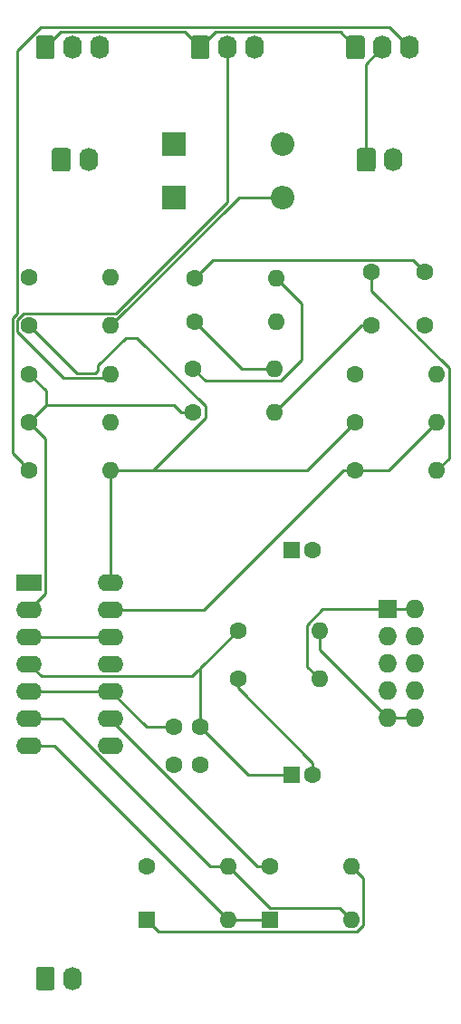
<source format=gbr>
%TF.GenerationSoftware,KiCad,Pcbnew,(5.1.8-0-10_14)*%
%TF.CreationDate,2021-07-07T10:12:16-04:00*%
%TF.ProjectId,fwr,6677722e-6b69-4636-9164-5f7063625858,rev?*%
%TF.SameCoordinates,Original*%
%TF.FileFunction,Copper,L2,Bot*%
%TF.FilePolarity,Positive*%
%FSLAX46Y46*%
G04 Gerber Fmt 4.6, Leading zero omitted, Abs format (unit mm)*
G04 Created by KiCad (PCBNEW (5.1.8-0-10_14)) date 2021-07-07 10:12:16*
%MOMM*%
%LPD*%
G01*
G04 APERTURE LIST*
%TA.AperFunction,ComponentPad*%
%ADD10O,1.740000X2.200000*%
%TD*%
%TA.AperFunction,ComponentPad*%
%ADD11C,1.600000*%
%TD*%
%TA.AperFunction,ComponentPad*%
%ADD12R,1.600000X1.600000*%
%TD*%
%TA.AperFunction,ComponentPad*%
%ADD13O,1.600000X1.600000*%
%TD*%
%TA.AperFunction,ComponentPad*%
%ADD14O,2.200000X2.200000*%
%TD*%
%TA.AperFunction,ComponentPad*%
%ADD15R,2.200000X2.200000*%
%TD*%
%TA.AperFunction,ComponentPad*%
%ADD16R,1.727200X1.727200*%
%TD*%
%TA.AperFunction,ComponentPad*%
%ADD17O,1.727200X1.727200*%
%TD*%
%TA.AperFunction,ComponentPad*%
%ADD18R,2.400000X1.600000*%
%TD*%
%TA.AperFunction,ComponentPad*%
%ADD19O,2.400000X1.600000*%
%TD*%
%TA.AperFunction,Conductor*%
%ADD20C,0.250000*%
%TD*%
G04 APERTURE END LIST*
%TO.P,Bias,1*%
%TO.N,-12V*%
%TA.AperFunction,ComponentPad*%
G36*
G01*
X105630000Y-56850001D02*
X105630000Y-55149999D01*
G75*
G02*
X105879999Y-54900000I249999J0D01*
G01*
X107120001Y-54900000D01*
G75*
G02*
X107370000Y-55149999I0J-249999D01*
G01*
X107370000Y-56850001D01*
G75*
G02*
X107120001Y-57100000I-249999J0D01*
G01*
X105879999Y-57100000D01*
G75*
G02*
X105630000Y-56850001I0J249999D01*
G01*
G37*
%TD.AperFunction*%
D10*
%TO.P,Bias,2*%
%TO.N,Net-(Bias1-Pad2)*%
X109040000Y-56000000D03*
%TO.P,Bias,3*%
%TO.N,+12V*%
X111580000Y-56000000D03*
%TD*%
D11*
%TO.P,C1,2*%
%TO.N,Net-(C1-Pad2)*%
X142000000Y-82000000D03*
%TO.P,C1,1*%
%TO.N,Net-(C1-Pad1)*%
X137000000Y-82000000D03*
%TD*%
%TO.P,C2,1*%
%TO.N,-12V*%
X118500000Y-119500000D03*
%TO.P,C2,2*%
%TO.N,+12V*%
X121000000Y-119500000D03*
%TD*%
%TO.P,C3,2*%
%TO.N,-12V*%
X121000000Y-123000000D03*
%TO.P,C3,1*%
X118500000Y-123000000D03*
%TD*%
%TO.P,C4,1*%
%TO.N,Net-(C4-Pad1)*%
X137000000Y-77000000D03*
%TO.P,C4,2*%
%TO.N,Net-(C4-Pad2)*%
X142000000Y-77000000D03*
%TD*%
%TO.P,C5,2*%
%TO.N,-12V*%
X131500000Y-124000000D03*
D12*
%TO.P,C5,1*%
%TO.N,+12V*%
X129500000Y-124000000D03*
%TD*%
%TO.P,C6,1*%
%TO.N,-12V*%
X129500000Y-103000000D03*
D11*
%TO.P,C6,2*%
X131500000Y-103000000D03*
%TD*%
D10*
%TO.P,CV_Amount,3*%
%TO.N,Net-(CV_Amount1-Pad3)*%
X126080000Y-56000000D03*
%TO.P,CV_Amount,2*%
%TO.N,Net-(CV_Amount1-Pad2)*%
X123540000Y-56000000D03*
%TO.P,CV_Amount,1*%
%TO.N,-12V*%
%TA.AperFunction,ComponentPad*%
G36*
G01*
X120130000Y-56850001D02*
X120130000Y-55149999D01*
G75*
G02*
X120379999Y-54900000I249999J0D01*
G01*
X121620001Y-54900000D01*
G75*
G02*
X121870000Y-55149999I0J-249999D01*
G01*
X121870000Y-56850001D01*
G75*
G02*
X121620001Y-57100000I-249999J0D01*
G01*
X120379999Y-57100000D01*
G75*
G02*
X120130000Y-56850001I0J249999D01*
G01*
G37*
%TD.AperFunction*%
%TD*%
D12*
%TO.P,1N4148,1*%
%TO.N,Net-(D1-Pad1)*%
X127500000Y-137500000D03*
D13*
%TO.P,1N4148,2*%
%TO.N,Net-(D1-Pad2)*%
X135120000Y-137500000D03*
%TD*%
%TO.P,1N4148,2*%
%TO.N,Net-(D1-Pad1)*%
X123620000Y-137500000D03*
D12*
%TO.P,1N4148,1*%
%TO.N,Net-(D2-Pad1)*%
X116000000Y-137500000D03*
%TD*%
D14*
%TO.P,1N4733,2*%
%TO.N,Net-(D3-Pad2)*%
X128660000Y-65000000D03*
D15*
%TO.P,1N4733,1*%
%TO.N,Net-(D3-Pad1)*%
X118500000Y-65000000D03*
%TD*%
%TO.P,1N4733,1*%
%TO.N,Net-(D3-Pad1)*%
X118500000Y-70000000D03*
D14*
%TO.P,1N4733,2*%
%TO.N,Net-(D4-Pad2)*%
X128660000Y-70000000D03*
%TD*%
D11*
%TO.P,FB1,1*%
%TO.N,-12V*%
X124500000Y-115000000D03*
D13*
%TO.P,FB1,2*%
%TO.N,Net-(FB1-Pad2)*%
X132120000Y-115000000D03*
%TD*%
%TO.P,FB2,2*%
%TO.N,Net-(FB2-Pad2)*%
X132120000Y-110500000D03*
D11*
%TO.P,FB2,1*%
%TO.N,+12V*%
X124500000Y-110500000D03*
%TD*%
%TO.P,Feedback,1*%
%TO.N,-12V*%
%TA.AperFunction,ComponentPad*%
G36*
G01*
X134630000Y-56850001D02*
X134630000Y-55149999D01*
G75*
G02*
X134879999Y-54900000I249999J0D01*
G01*
X136120001Y-54900000D01*
G75*
G02*
X136370000Y-55149999I0J-249999D01*
G01*
X136370000Y-56850001D01*
G75*
G02*
X136120001Y-57100000I-249999J0D01*
G01*
X134879999Y-57100000D01*
G75*
G02*
X134630000Y-56850001I0J249999D01*
G01*
G37*
%TD.AperFunction*%
D10*
%TO.P,Feedback,2*%
%TO.N,Net-(C1-Pad2)*%
X138040000Y-56000000D03*
%TO.P,Feedback,3*%
%TO.N,Net-(Feedback1-Pad3)*%
X140580000Y-56000000D03*
%TD*%
%TO.P,J1,2*%
%TO.N,-12V*%
X110540000Y-66500000D03*
%TO.P,J1,1*%
%TO.N,Net-(CV_Amount1-Pad3)*%
%TA.AperFunction,ComponentPad*%
G36*
G01*
X107130000Y-67350001D02*
X107130000Y-65649999D01*
G75*
G02*
X107379999Y-65400000I249999J0D01*
G01*
X108620001Y-65400000D01*
G75*
G02*
X108870000Y-65649999I0J-249999D01*
G01*
X108870000Y-67350001D01*
G75*
G02*
X108620001Y-67600000I-249999J0D01*
G01*
X107379999Y-67600000D01*
G75*
G02*
X107130000Y-67350001I0J249999D01*
G01*
G37*
%TD.AperFunction*%
%TD*%
%TO.P,J2,1*%
%TO.N,Net-(C1-Pad2)*%
%TA.AperFunction,ComponentPad*%
G36*
G01*
X135630000Y-67350001D02*
X135630000Y-65649999D01*
G75*
G02*
X135879999Y-65400000I249999J0D01*
G01*
X137120001Y-65400000D01*
G75*
G02*
X137370000Y-65649999I0J-249999D01*
G01*
X137370000Y-67350001D01*
G75*
G02*
X137120001Y-67600000I-249999J0D01*
G01*
X135879999Y-67600000D01*
G75*
G02*
X135630000Y-67350001I0J249999D01*
G01*
G37*
%TD.AperFunction*%
%TO.P,J2,2*%
%TO.N,-12V*%
X139040000Y-66500000D03*
%TD*%
D16*
%TO.P,J3,1*%
%TO.N,Net-(FB1-Pad2)*%
X138500000Y-108500000D03*
D17*
%TO.P,J3,2*%
X141040000Y-108500000D03*
%TO.P,J3,3*%
%TO.N,-12V*%
X138500000Y-111040000D03*
%TO.P,J3,4*%
X141040000Y-111040000D03*
%TO.P,J3,5*%
X138500000Y-113580000D03*
%TO.P,J3,6*%
X141040000Y-113580000D03*
%TO.P,J3,7*%
X138500000Y-116120000D03*
%TO.P,J3,8*%
X141040000Y-116120000D03*
%TO.P,J3,9*%
%TO.N,Net-(FB2-Pad2)*%
X138500000Y-118660000D03*
%TO.P,J3,10*%
X141040000Y-118660000D03*
%TD*%
%TO.P,J4,1*%
%TO.N,Net-(Feedback1-Pad3)*%
%TA.AperFunction,ComponentPad*%
G36*
G01*
X105630000Y-143850001D02*
X105630000Y-142149999D01*
G75*
G02*
X105879999Y-141900000I249999J0D01*
G01*
X107120001Y-141900000D01*
G75*
G02*
X107370000Y-142149999I0J-249999D01*
G01*
X107370000Y-143850001D01*
G75*
G02*
X107120001Y-144100000I-249999J0D01*
G01*
X105879999Y-144100000D01*
G75*
G02*
X105630000Y-143850001I0J249999D01*
G01*
G37*
%TD.AperFunction*%
D10*
%TO.P,J4,2*%
%TO.N,-12V*%
X109040000Y-143000000D03*
%TD*%
D13*
%TO.P,R1,2*%
%TO.N,Net-(C1-Pad2)*%
X143120000Y-86500000D03*
D11*
%TO.P,R1,1*%
%TO.N,-12V*%
X135500000Y-86500000D03*
%TD*%
%TO.P,R2,1*%
%TO.N,Net-(R2-Pad1)*%
X105000000Y-91000000D03*
D13*
%TO.P,R2,2*%
%TO.N,Net-(Bias1-Pad2)*%
X112620000Y-91000000D03*
%TD*%
D11*
%TO.P,R3,1*%
%TO.N,Net-(R2-Pad1)*%
X105000000Y-86500000D03*
D13*
%TO.P,R3,2*%
%TO.N,Net-(CV_Amount1-Pad2)*%
X112620000Y-86500000D03*
%TD*%
%TO.P,R4,2*%
%TO.N,Net-(C1-Pad1)*%
X127955001Y-90075001D03*
D11*
%TO.P,R4,1*%
%TO.N,Net-(R2-Pad1)*%
X120335001Y-90075001D03*
%TD*%
D13*
%TO.P,R5,2*%
%TO.N,Net-(D2-Pad1)*%
X135120000Y-132500000D03*
D11*
%TO.P,R5,1*%
%TO.N,Net-(R5-Pad1)*%
X127500000Y-132500000D03*
%TD*%
%TO.P,R6,1*%
%TO.N,Net-(R5-Pad1)*%
X120335001Y-86025001D03*
D13*
%TO.P,R6,2*%
%TO.N,Net-(R6-Pad2)*%
X127955001Y-86025001D03*
%TD*%
D11*
%TO.P,R7,1*%
%TO.N,Net-(R6-Pad2)*%
X120485001Y-81625001D03*
D13*
%TO.P,R7,2*%
%TO.N,Net-(R2-Pad1)*%
X128105001Y-81625001D03*
%TD*%
%TO.P,R8,2*%
%TO.N,Net-(R5-Pad1)*%
X128105001Y-77575001D03*
D11*
%TO.P,R8,1*%
%TO.N,Net-(C4-Pad2)*%
X120485001Y-77575001D03*
%TD*%
D13*
%TO.P,R9,2*%
%TO.N,Net-(R6-Pad2)*%
X112620000Y-77500000D03*
D11*
%TO.P,R9,1*%
%TO.N,Net-(D1-Pad2)*%
X105000000Y-77500000D03*
%TD*%
%TO.P,R10,1*%
%TO.N,Net-(D3-Pad2)*%
X135500000Y-95500000D03*
D13*
%TO.P,R10,2*%
%TO.N,Net-(C4-Pad1)*%
X143120000Y-95500000D03*
%TD*%
D11*
%TO.P,R11,1*%
%TO.N,Net-(D2-Pad1)*%
X116000000Y-132500000D03*
D13*
%TO.P,R11,2*%
%TO.N,Net-(D1-Pad2)*%
X123620000Y-132500000D03*
%TD*%
D11*
%TO.P,R12,1*%
%TO.N,Net-(R12-Pad1)*%
X135500000Y-91000000D03*
D13*
%TO.P,R12,2*%
%TO.N,Net-(D3-Pad2)*%
X143120000Y-91000000D03*
%TD*%
%TO.P,R13,2*%
%TO.N,Net-(R12-Pad1)*%
X112620000Y-95500000D03*
D11*
%TO.P,R13,1*%
%TO.N,Net-(Feedback1-Pad3)*%
X105000000Y-95500000D03*
%TD*%
D13*
%TO.P,R14,2*%
%TO.N,Net-(D4-Pad2)*%
X112620000Y-82000000D03*
D11*
%TO.P,R14,1*%
%TO.N,Net-(R12-Pad1)*%
X105000000Y-82000000D03*
%TD*%
D18*
%TO.P,U1,1*%
%TO.N,Net-(R6-Pad2)*%
X105000000Y-106000000D03*
D19*
%TO.P,U1,8*%
%TO.N,Net-(C4-Pad2)*%
X112620000Y-121240000D03*
%TO.P,U1,2*%
%TO.N,Net-(R2-Pad1)*%
X105000000Y-108540000D03*
%TO.P,U1,9*%
%TO.N,Net-(R5-Pad1)*%
X112620000Y-118700000D03*
%TO.P,U1,3*%
%TO.N,-12V*%
X105000000Y-111080000D03*
%TO.P,U1,10*%
X112620000Y-116160000D03*
%TO.P,U1,4*%
%TO.N,+12V*%
X105000000Y-113620000D03*
%TO.P,U1,11*%
%TO.N,-12V*%
X112620000Y-113620000D03*
%TO.P,U1,5*%
X105000000Y-116160000D03*
%TO.P,U1,12*%
X112620000Y-111080000D03*
%TO.P,U1,6*%
%TO.N,Net-(D1-Pad2)*%
X105000000Y-118700000D03*
%TO.P,U1,13*%
%TO.N,Net-(D3-Pad2)*%
X112620000Y-108540000D03*
%TO.P,U1,7*%
%TO.N,Net-(D1-Pad1)*%
X105000000Y-121240000D03*
%TO.P,U1,14*%
%TO.N,Net-(R12-Pad1)*%
X112620000Y-106000000D03*
%TD*%
D20*
%TO.N,+12V*%
X125500000Y-124000000D02*
X121000000Y-119500000D01*
X129500000Y-124000000D02*
X125500000Y-124000000D01*
X121000000Y-114000000D02*
X124500000Y-110500000D01*
X121000000Y-119500000D02*
X121000000Y-114000000D01*
X120254990Y-114745010D02*
X124500000Y-110500000D01*
X106125010Y-114745010D02*
X120254990Y-114745010D01*
X105000000Y-113620000D02*
X106125010Y-114745010D01*
%TO.N,-12V*%
X115960000Y-119500000D02*
X112620000Y-116160000D01*
X118500000Y-119500000D02*
X115960000Y-119500000D01*
X112620000Y-116160000D02*
X105000000Y-116160000D01*
X112620000Y-111080000D02*
X105000000Y-111080000D01*
X122425010Y-54574990D02*
X121000000Y-56000000D01*
X134074990Y-54574990D02*
X122425010Y-54574990D01*
X135500000Y-56000000D02*
X134074990Y-54574990D01*
X119574990Y-54574990D02*
X107925010Y-54574990D01*
X107925010Y-54574990D02*
X106500000Y-56000000D01*
X121000000Y-56000000D02*
X119574990Y-54574990D01*
X124500000Y-115868630D02*
X124500000Y-115000000D01*
X131500000Y-122868630D02*
X124500000Y-115868630D01*
X131500000Y-124000000D02*
X131500000Y-122868630D01*
%TO.N,Net-(C1-Pad2)*%
X136500000Y-57540000D02*
X138040000Y-56000000D01*
X136500000Y-66500000D02*
X136500000Y-57540000D01*
%TO.N,Net-(C1-Pad1)*%
X136030002Y-82000000D02*
X137000000Y-82000000D01*
X127955001Y-90075001D02*
X136030002Y-82000000D01*
%TO.N,Net-(C4-Pad1)*%
X137000000Y-78714998D02*
X137000000Y-77000000D01*
X144245001Y-85959999D02*
X137000000Y-78714998D01*
X144245001Y-94374999D02*
X144245001Y-85959999D01*
X143120000Y-95500000D02*
X144245001Y-94374999D01*
%TO.N,Net-(C4-Pad2)*%
X140874999Y-75874999D02*
X122185003Y-75874999D01*
X122185003Y-75874999D02*
X120485001Y-77575001D01*
X142000000Y-77000000D02*
X140874999Y-75874999D01*
%TO.N,Net-(CV_Amount1-Pad2)*%
X112219978Y-86900022D02*
X112620000Y-86500000D01*
X103874999Y-82540001D02*
X108235020Y-86900022D01*
X103874999Y-81459999D02*
X103874999Y-82540001D01*
X123540000Y-70443590D02*
X113108591Y-80874999D01*
X123540000Y-56000000D02*
X123540000Y-70443590D01*
X104459999Y-80874999D02*
X103874999Y-81459999D01*
X108235020Y-86900022D02*
X112219978Y-86900022D01*
X113108591Y-80874999D02*
X104459999Y-80874999D01*
%TO.N,Net-(D1-Pad1)*%
X127500000Y-137500000D02*
X123620000Y-137500000D01*
X107360000Y-121240000D02*
X105000000Y-121240000D01*
X123620000Y-137500000D02*
X107360000Y-121240000D01*
%TO.N,Net-(D1-Pad2)*%
X127494999Y-136374999D02*
X123620000Y-132500000D01*
X133994999Y-136374999D02*
X127494999Y-136374999D01*
X135120000Y-137500000D02*
X133994999Y-136374999D01*
X121888996Y-132500000D02*
X123620000Y-132500000D01*
X108088996Y-118700000D02*
X121888996Y-132500000D01*
X105000000Y-118700000D02*
X108088996Y-118700000D01*
%TO.N,Net-(D2-Pad1)*%
X136245001Y-138040001D02*
X135660001Y-138625001D01*
X135660001Y-138625001D02*
X117125001Y-138625001D01*
X136245001Y-133625001D02*
X136245001Y-138040001D01*
X117125001Y-138625001D02*
X116000000Y-137500000D01*
X135120000Y-132500000D02*
X136245001Y-133625001D01*
%TO.N,Net-(D3-Pad2)*%
X138620000Y-95500000D02*
X143120000Y-91000000D01*
X135500000Y-95500000D02*
X138620000Y-95500000D01*
X112620000Y-108540000D02*
X121328630Y-108540000D01*
X121328630Y-108540000D02*
X134368630Y-95500000D01*
X134368630Y-95500000D02*
X135500000Y-95500000D01*
%TO.N,Net-(D4-Pad2)*%
X124620000Y-70000000D02*
X112620000Y-82000000D01*
X128660000Y-70000000D02*
X124620000Y-70000000D01*
%TO.N,Net-(FB1-Pad2)*%
X138500000Y-108500000D02*
X141040000Y-108500000D01*
X130994999Y-113874999D02*
X132120000Y-115000000D01*
X130994999Y-109959999D02*
X130994999Y-113874999D01*
X132454998Y-108500000D02*
X130994999Y-109959999D01*
X138500000Y-108500000D02*
X132454998Y-108500000D01*
%TO.N,Net-(FB2-Pad2)*%
X132120000Y-112280000D02*
X138500000Y-118660000D01*
X132120000Y-110500000D02*
X132120000Y-112280000D01*
X138500000Y-118660000D02*
X141040000Y-118660000D01*
%TO.N,Net-(Feedback1-Pad3)*%
X104200001Y-94700001D02*
X105000000Y-95500000D01*
X103874999Y-80823589D02*
X103424988Y-81273599D01*
X140580000Y-56000000D02*
X138704979Y-54124979D01*
X103424988Y-81273599D02*
X103424988Y-93924988D01*
X106091831Y-54124979D02*
X103874999Y-56341811D01*
X103874999Y-56341811D02*
X103874999Y-80823589D01*
X138704979Y-54124979D02*
X106091831Y-54124979D01*
X103424988Y-93924988D02*
X104200001Y-94700001D01*
%TO.N,Net-(R2-Pad1)*%
X105000000Y-91000000D02*
X106575012Y-89424988D01*
X106575012Y-89424988D02*
X118553618Y-89424988D01*
X118553618Y-89424988D02*
X119203631Y-90075001D01*
X119203631Y-90075001D02*
X120335001Y-90075001D01*
X106575012Y-88075012D02*
X105000000Y-86500000D01*
X106575012Y-89424988D02*
X106575012Y-88075012D01*
X106525001Y-107014999D02*
X105000000Y-108540000D01*
X106525001Y-92525001D02*
X106525001Y-107014999D01*
X105000000Y-91000000D02*
X106525001Y-92525001D01*
%TO.N,Net-(R5-Pad1)*%
X121460002Y-87150002D02*
X128495002Y-87150002D01*
X128495002Y-87150002D02*
X130500000Y-85145004D01*
X120335001Y-86025001D02*
X121460002Y-87150002D01*
X130500000Y-79970000D02*
X128105001Y-77575001D01*
X130500000Y-85145004D02*
X130500000Y-79970000D01*
X126334998Y-132500000D02*
X127500000Y-132500000D01*
X112620000Y-118785002D02*
X126334998Y-132500000D01*
X112620000Y-118700000D02*
X112620000Y-118785002D01*
%TO.N,Net-(R6-Pad2)*%
X124885001Y-86025001D02*
X120485001Y-81625001D01*
X127955001Y-86025001D02*
X124885001Y-86025001D01*
%TO.N,Net-(R12-Pad1)*%
X135500000Y-91000000D02*
X134700001Y-91799999D01*
X112620000Y-95500000D02*
X112620000Y-106000000D01*
X131000000Y-95500000D02*
X135500000Y-91000000D01*
X112620000Y-95500000D02*
X131000000Y-95500000D01*
X109450011Y-86450011D02*
X105000000Y-82000000D01*
X111450011Y-86186400D02*
X111186400Y-86450011D01*
X112620000Y-95500000D02*
X116575004Y-95500000D01*
X111186400Y-86450011D02*
X109450011Y-86450011D01*
X115050003Y-83125001D02*
X114011410Y-83125001D01*
X121460002Y-89535000D02*
X115050003Y-83125001D01*
X116575004Y-95500000D02*
X121460002Y-90615002D01*
X111450011Y-85686400D02*
X111450011Y-86186400D01*
X121460002Y-90615002D02*
X121460002Y-89535000D01*
X114011410Y-83125001D02*
X111450011Y-85686400D01*
%TD*%
M02*

</source>
